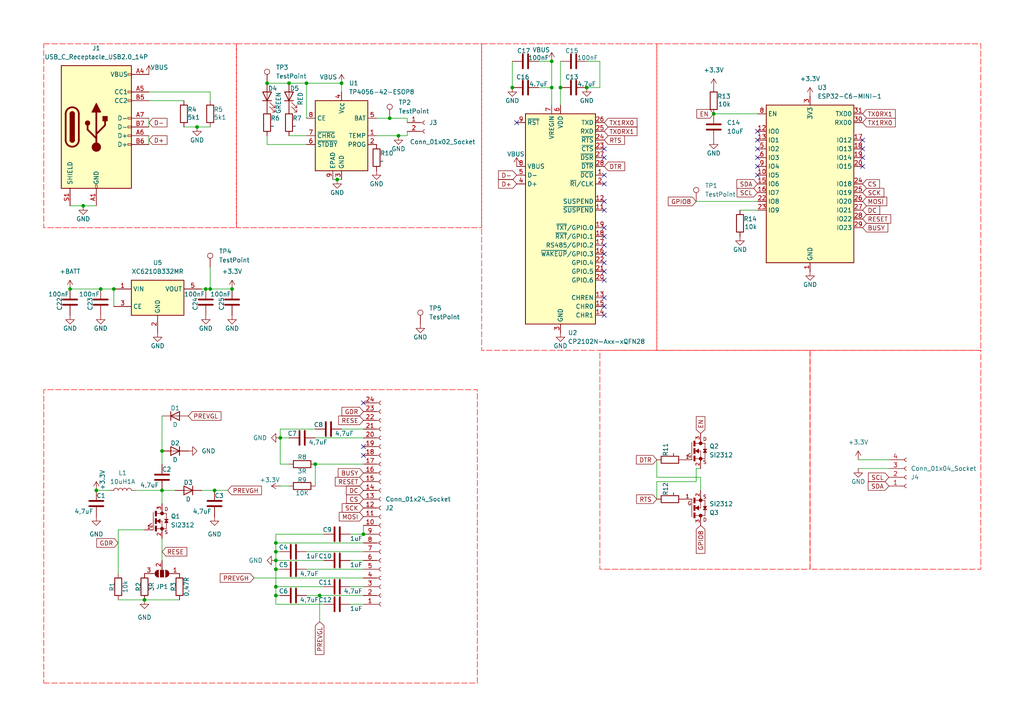
<source format=kicad_sch>
(kicad_sch (version 20250114) (generator "eeschema") (generator_version "9.0")
  (paper "A4")
  (junction (at 207.01 33.02))
  (junction (at 115.57 39.37))
  (junction (at 99.06 24.13))
  (junction (at 59.69 83.82))
  (junction (at 148.59 25.4))
  (junction (at 160.02 17.78))
  (junction (at 62.23 142.24))
  (junction (at 160.02 25.4))
  (junction (at 88.9 24.13))
  (junction (at 29.21 83.82))
  (junction (at 105.41 154.94))
  (junction (at 170.18 25.4))
  (junction (at 80.01 160.02))
  (junction (at 57.15 36.83))
  (junction (at 80.01 162.56))
  (junction (at 33.02 83.82))
  (junction (at 80.01 170.18))
  (junction (at 20.32 83.82))
  (junction (at 27.94 142.24))
  (junction (at 97.79 52.07))
  (junction (at 81.28 127))
  (junction (at 46.99 142.24))
  (junction (at 67.31 83.82))
  (junction (at 80.01 165.1))
  (junction (at 92.71 172.72))
  (junction (at 80.01 157.48))
  (junction (at 91.44 134.62))
  (junction (at 24.13 59.69))
  (junction (at 46.99 130.81))
  (junction (at 80.01 172.72))
  (junction (at 162.56 25.4))
  (junction (at 83.82 24.13))
  (junction (at 77.47 24.13))
  (junction (at 113.03 34.29))
  (junction (at 41.91 173.99))
  (junction (at 60.96 83.82))
  (no_connect (at 219.71 40.64))
  (no_connect (at 175.26 68.58))
  (no_connect (at 250.19 40.64))
  (no_connect (at 105.41 132.08))
  (no_connect (at 175.26 73.66))
  (no_connect (at 149.86 35.56))
  (no_connect (at 175.26 78.74))
  (no_connect (at 175.26 50.8))
  (no_connect (at 105.41 116.84))
  (no_connect (at 105.41 129.54))
  (no_connect (at 175.26 81.28))
  (no_connect (at 175.26 66.04))
  (no_connect (at 175.26 86.36))
  (no_connect (at 250.19 45.72))
  (no_connect (at 219.71 43.18))
  (no_connect (at 175.26 71.12))
  (no_connect (at 175.26 76.2))
  (no_connect (at 250.19 48.26))
  (no_connect (at 219.71 48.26))
  (no_connect (at 175.26 88.9))
  (no_connect (at 250.19 43.18))
  (no_connect (at 175.26 45.72))
  (no_connect (at 219.71 50.8))
  (no_connect (at 175.26 91.44))
  (no_connect (at 219.71 45.72))
  (no_connect (at 175.26 43.18))
  (no_connect (at 219.71 38.1))
  (no_connect (at 175.26 60.96))
  (no_connect (at 175.26 58.42))
  (no_connect (at 175.26 53.34))
  (wire (pts (xy 207.01 33.02) (xy 219.71 33.02)))
  (wire (pts (xy 59.69 83.82) (xy 60.96 83.82)))
  (wire (pts (xy 58.42 83.82) (xy 59.69 83.82)))
  (wire (pts (xy 93.98 154.94) (xy 80.01 154.94)))
  (wire (pts (xy 60.96 83.82) (xy 67.31 83.82)))
  (wire (pts (xy 88.9 24.13) (xy 99.06 24.13)))
  (wire (pts (xy 66.04 142.24) (xy 62.23 142.24)))
  (wire (pts (xy 88.9 41.91) (xy 77.47 41.91)))
  (wire (pts (xy 96.52 52.07) (xy 97.79 52.07)))
  (wire (pts (xy 109.22 39.37) (xy 115.57 39.37)))
  (wire (pts (xy 33.02 83.82) (xy 33.02 88.9)))
  (wire (pts (xy 46.99 146.05) (xy 46.99 142.24)))
  (wire (pts (xy 203.2 138.43) (xy 203.2 142.24)))
  (wire (pts (xy 113.03 34.29) (xy 118.11 34.29)))
  (wire (pts (xy 34.29 153.67) (xy 41.91 153.67)))
  (wire (pts (xy 46.99 120.65) (xy 46.99 130.81)))
  (wire (pts (xy 77.47 41.91) (xy 77.47 39.37)))
  (wire (pts (xy 60.96 29.21) (xy 60.96 26.67)))
  (wire (pts (xy 83.82 39.37) (xy 88.9 39.37)))
  (wire (pts (xy 24.13 59.69) (xy 27.94 59.69)))
  (wire (pts (xy 43.18 39.37) (xy 43.18 41.91)))
  (wire (pts (xy 80.01 162.56) (xy 93.98 162.56)))
  (wire (pts (xy 81.28 127) (xy 83.82 127)))
  (wire (pts (xy 46.99 134.62) (xy 46.99 130.81)))
  (wire (pts (xy 29.21 83.82) (xy 33.02 83.82)))
  (wire (pts (xy 80.01 165.1) (xy 80.01 170.18)))
  (wire (pts (xy 80.01 157.48) (xy 105.41 157.48)))
  (wire (pts (xy 190.5 138.43) (xy 203.2 138.43)))
  (wire (pts (xy 81.28 124.46) (xy 81.28 127)))
  (wire (pts (xy 248.92 133.35) (xy 257.81 133.35)))
  (wire (pts (xy 80.01 157.48) (xy 80.01 160.02)))
  (wire (pts (xy 160.02 17.78) (xy 160.02 25.4)))
  (wire (pts (xy 248.92 135.89) (xy 257.81 135.89)))
  (wire (pts (xy 118.11 35.56) (xy 118.11 34.29)))
  (wire (pts (xy 118.11 39.37) (xy 115.57 39.37)))
  (wire (pts (xy 91.44 134.62) (xy 91.44 140.97)))
  (wire (pts (xy 88.9 160.02) (xy 105.41 160.02)))
  (wire (pts (xy 83.82 24.13) (xy 88.9 24.13)))
  (wire (pts (xy 60.96 77.47) (xy 60.96 83.82)))
  (wire (pts (xy 77.47 24.13) (xy 83.82 24.13)))
  (wire (pts (xy 99.06 124.46) (xy 105.41 124.46)))
  (wire (pts (xy 162.56 17.78) (xy 162.56 25.4)))
  (wire (pts (xy 162.56 25.4) (xy 162.56 30.48)))
  (wire (pts (xy 81.28 127) (xy 81.28 134.62)))
  (wire (pts (xy 148.59 17.78) (xy 148.59 25.4)))
  (wire (pts (xy 80.01 175.26) (xy 93.98 175.26)))
  (wire (pts (xy 34.29 166.37) (xy 34.29 153.67)))
  (wire (pts (xy 201.93 135.89) (xy 203.2 135.89)))
  (wire (pts (xy 34.29 173.99) (xy 41.91 173.99)))
  (wire (pts (xy 43.18 29.21) (xy 53.34 29.21)))
  (wire (pts (xy 20.32 83.82) (xy 29.21 83.82)))
  (wire (pts (xy 50.8 142.24) (xy 46.99 142.24)))
  (wire (pts (xy 91.44 124.46) (xy 81.28 124.46)))
  (wire (pts (xy 88.9 172.72) (xy 92.71 172.72)))
  (wire (pts (xy 101.6 154.94) (xy 105.41 154.94)))
  (wire (pts (xy 91.44 134.62) (xy 105.41 134.62)))
  (wire (pts (xy 88.9 165.1) (xy 105.41 165.1)))
  (wire (pts (xy 214.63 60.96) (xy 219.71 60.96)))
  (wire (pts (xy 88.9 24.13) (xy 88.9 34.29)))
  (wire (pts (xy 109.22 34.29) (xy 113.03 34.29)))
  (wire (pts (xy 97.79 52.07) (xy 99.06 52.07)))
  (wire (pts (xy 43.18 34.29) (xy 43.18 36.83)))
  (wire (pts (xy 81.28 140.97) (xy 83.82 140.97)))
  (wire (pts (xy 53.34 36.83) (xy 57.15 36.83)))
  (wire (pts (xy 101.6 175.26) (xy 105.41 175.26)))
  (wire (pts (xy 190.5 139.7) (xy 201.93 139.7)))
  (wire (pts (xy 92.71 172.72) (xy 105.41 172.72)))
  (wire (pts (xy 156.21 25.4) (xy 160.02 25.4)))
  (wire (pts (xy 81.28 134.62) (xy 83.82 134.62)))
  (wire (pts (xy 27.94 142.24) (xy 31.75 142.24)))
  (wire (pts (xy 91.44 127) (xy 105.41 127)))
  (wire (pts (xy 160.02 25.4) (xy 160.02 30.48)))
  (wire (pts (xy 80.01 162.56) (xy 80.01 165.1)))
  (wire (pts (xy 20.32 59.69) (xy 24.13 59.69)))
  (wire (pts (xy 173.99 25.4) (xy 170.18 25.4)))
  (wire (pts (xy 105.41 152.4) (xy 105.41 154.94)))
  (wire (pts (xy 80.01 170.18) (xy 80.01 172.72)))
  (wire (pts (xy 80.01 160.02) (xy 81.28 160.02)))
  (wire (pts (xy 46.99 162.56) (xy 46.99 156.21)))
  (wire (pts (xy 80.01 172.72) (xy 80.01 175.26)))
  (wire (pts (xy 80.01 172.72) (xy 81.28 172.72)))
  (wire (pts (xy 173.99 17.78) (xy 173.99 25.4)))
  (wire (pts (xy 201.93 58.42) (xy 219.71 58.42)))
  (wire (pts (xy 41.91 173.99) (xy 52.07 173.99)))
  (wire (pts (xy 156.21 17.78) (xy 160.02 17.78)))
  (wire (pts (xy 80.01 170.18) (xy 93.98 170.18)))
  (wire (pts (xy 99.06 24.13) (xy 99.06 26.67)))
  (wire (pts (xy 170.18 17.78) (xy 173.99 17.78)))
  (wire (pts (xy 39.37 142.24) (xy 46.99 142.24)))
  (wire (pts (xy 92.71 172.72) (xy 92.71 180.34)))
  (wire (pts (xy 101.6 162.56) (xy 105.41 162.56)))
  (wire (pts (xy 80.01 165.1) (xy 81.28 165.1)))
  (wire (pts (xy 80.01 160.02) (xy 80.01 162.56)))
  (wire (pts (xy 60.96 26.67) (xy 43.18 26.67)))
  (wire (pts (xy 118.11 38.1) (xy 118.11 39.37)))
  (wire (pts (xy 80.01 154.94) (xy 80.01 157.48)))
  (wire (pts (xy 58.42 142.24) (xy 62.23 142.24)))
  (wire (pts (xy 101.6 170.18) (xy 105.41 170.18)))
  (wire (pts (xy 190.5 133.35) (xy 190.5 138.43)))
  (wire (pts (xy 201.93 139.7) (xy 201.93 135.89)))
  (wire (pts (xy 190.5 144.78) (xy 190.5 139.7)))
  (wire (pts (xy 73.66 167.64) (xy 105.41 167.64)))
  (wire (pts (xy 57.15 36.83) (xy 60.96 36.83)))
  (global_label "D-" (shape input) (at 149.86 50.8 180) (property "Intersheetrefs" "${INTERSHEET_REFS}" (effects (hide yes))))
  (global_label "GDR" (shape input) (at 34.29 157.48 180) (property "Intersheetrefs" "${INTERSHEET_REFS}" (effects (hide yes))))
  (global_label "RESE" (shape input) (at 46.99 160.02 0) (property "Intersheetrefs" "${INTERSHEET_REFS}" (effects (hide yes))))
  (global_label "MOSI" (shape input) (at 250.19 58.42 0) (property "Intersheetrefs" "${INTERSHEET_REFS}" (effects (hide yes))))
  (global_label "TX0RX1" (shape input) (at 175.26 38.1 0) (property "Intersheetrefs" "${INTERSHEET_REFS}" (effects (hide yes))))
  (global_label "PREVGH" (shape input) (at 73.66 167.64 180) (property "Intersheetrefs" "${INTERSHEET_REFS}" (effects (hide yes))))
  (global_label "SCK" (shape input) (at 250.19 55.88 0) (property "Intersheetrefs" "${INTERSHEET_REFS}" (effects (hide yes))))
  (global_label "RTS" (shape input) (at 190.5 144.78 180) (property "Intersheetrefs" "${INTERSHEET_REFS}" (effects (hide yes))))
  (global_label "SDA" (shape input) (at 257.81 140.97 180) (property "Intersheetrefs" "${INTERSHEET_REFS}" (effects (hide yes))))
  (global_label "RESE" (shape input) (at 105.41 121.92 180) (property "Intersheetrefs" "${INTERSHEET_REFS}" (effects (hide yes))))
  (global_label "PREVGH" (shape input) (at 66.04 142.24 0) (property "Intersheetrefs" "${INTERSHEET_REFS}" (effects (hide yes))))
  (global_label "EN" (shape input) (at 207.01 33.02 180) (property "Intersheetrefs" "${INTERSHEET_REFS}" (effects (hide yes))))
  (global_label "CS" (shape input) (at 250.19 53.34 0) (property "Intersheetrefs" "${INTERSHEET_REFS}" (effects (hide yes))))
  (global_label "DTR" (shape input) (at 175.26 48.26 0) (property "Intersheetrefs" "${INTERSHEET_REFS}" (effects (hide yes))))
  (global_label "GPIO8" (shape input) (at 203.2 152.4 270) (property "Intersheetrefs" "${INTERSHEET_REFS}" (effects (hide yes))))
  (global_label "D+" (shape input) (at 149.86 53.34 180) (property "Intersheetrefs" "${INTERSHEET_REFS}" (effects (hide yes))))
  (global_label "SDA" (shape input) (at 219.71 53.34 180) (property "Intersheetrefs" "${INTERSHEET_REFS}" (effects (hide yes))))
  (global_label "SCL" (shape input) (at 257.81 138.43 180) (property "Intersheetrefs" "${INTERSHEET_REFS}" (effects (hide yes))))
  (global_label "RTS" (shape input) (at 175.26 40.64 0) (property "Intersheetrefs" "${INTERSHEET_REFS}" (effects (hide yes))))
  (global_label "TX1RX0" (shape input) (at 250.19 35.56 0) (property "Intersheetrefs" "${INTERSHEET_REFS}" (effects (hide yes))))
  (global_label "SCK" (shape input) (at 105.41 147.32 180) (property "Intersheetrefs" "${INTERSHEET_REFS}" (effects (hide yes))))
  (global_label "DC" (shape input) (at 105.41 142.24 180) (property "Intersheetrefs" "${INTERSHEET_REFS}" (effects (hide yes))))
  (global_label "GDR" (shape input) (at 105.41 119.38 180) (property "Intersheetrefs" "${INTERSHEET_REFS}" (effects (hide yes))))
  (global_label "D-" (shape input) (at 43.18 35.56 0) (property "Intersheetrefs" "${INTERSHEET_REFS}" (effects (hide yes))))
  (global_label "BUSY" (shape input) (at 105.41 137.16 180) (property "Intersheetrefs" "${INTERSHEET_REFS}" (effects (hide yes))))
  (global_label "GPIO8" (shape input) (at 201.93 58.42 180) (property "Intersheetrefs" "${INTERSHEET_REFS}" (effects (hide yes))))
  (global_label "DTR" (shape input) (at 190.5 133.35 180) (property "Intersheetrefs" "${INTERSHEET_REFS}" (effects (hide yes))))
  (global_label "RESET" (shape input) (at 250.19 63.5 0) (property "Intersheetrefs" "${INTERSHEET_REFS}" (effects (hide yes))))
  (global_label "PREVGL" (shape input) (at 54.61 120.65 0) (property "Intersheetrefs" "${INTERSHEET_REFS}" (effects (hide yes))))
  (global_label "TX1RX0" (shape input) (at 175.26 35.56 0) (property "Intersheetrefs" "${INTERSHEET_REFS}" (effects (hide yes))))
  (global_label "EN" (shape input) (at 203.2 125.73 90) (property "Intersheetrefs" "${INTERSHEET_REFS}" (effects (hide yes))))
  (global_label "PREVGL" (shape input) (at 92.71 180.34 270) (property "Intersheetrefs" "${INTERSHEET_REFS}" (effects (hide yes))))
  (global_label "DC" (shape input) (at 250.19 60.96 0) (property "Intersheetrefs" "${INTERSHEET_REFS}" (effects (hide yes))))
  (global_label "BUSY" (shape input) (at 250.19 66.04 0) (property "Intersheetrefs" "${INTERSHEET_REFS}" (effects (hide yes))))
  (global_label "RESET" (shape input) (at 105.41 139.7 180) (property "Intersheetrefs" "${INTERSHEET_REFS}" (effects (hide yes))))
  (global_label "MOSI" (shape input) (at 105.41 149.86 180) (property "Intersheetrefs" "${INTERSHEET_REFS}" (effects (hide yes))))
  (global_label "TX0RX1" (shape input) (at 250.19 33.02 0) (property "Intersheetrefs" "${INTERSHEET_REFS}" (effects (hide yes))))
  (global_label "SCL" (shape input) (at 219.71 55.88 180) (property "Intersheetrefs" "${INTERSHEET_REFS}" (effects (hide yes))))
  (global_label "D+" (shape input) (at 43.18 40.64 0) (property "Intersheetrefs" "${INTERSHEET_REFS}" (effects (hide yes))))
  (global_label "CS" (shape input) (at 105.41 144.78 180) (property "Intersheetrefs" "${INTERSHEET_REFS}" (effects (hide yes))))
  (rule_area (polyline (pts (xy 139.7 12.7) (xy 190.5 12.7) (xy 190.5 101.6) (xy 139.7 101.6)) (stroke (width 0) (type dash))))
  (rule_area (polyline (pts (xy 234.95 101.6) (xy 173.99 101.6) (xy 173.99 165.1) (xy 234.95 165.1)) (stroke (width 0) (type dash))))
  (rule_area (polyline (pts (xy 12.7 12.7) (xy 68.58 12.7) (xy 68.58 66.04) (xy 12.7 66.04)) (stroke (width 0) (type dash))))
  (rule_area (polyline (pts (xy 234.95 101.6) (xy 234.95 165.1) (xy 284.48 165.1) (xy 284.48 101.6)) (stroke (width 0) (type dash))))
  (rule_area (polyline (pts (xy 68.58 12.7) (xy 139.7 12.7) (xy 139.7 66.04) (xy 137.16 66.04) (xy 68.58 66.04)) (stroke (width 0) (type dash))))
  (rule_area (polyline (pts (xy 12.7 198.12) (xy 138.43 198.12) (xy 138.43 113.03) (xy 12.7 113.03)) (stroke (width 0) (type dash))))
  (rule_area (polyline (pts (xy 190.5 12.7) (xy 284.48 12.7) (xy 284.48 101.6) (xy 190.5 101.6)) (stroke (width 0) (type dash))))
  (symbol (lib_id "power:+3.3V") (at 248.92 133.35 0) (unit 1)
    (property "Reference" "#PWR026" (effects (hide yes)))
    (property "Value" "+3.3V" (at 248.92 128.27 0))
    (property "Description" "Power symbol creates a global label with name \"+3.3V\"" (effects (hide yes)))
  )
  (symbol (lib_id "power:GND") (at 115.57 39.37 0) (unit 1)
    (property "Reference" "#PWR015" (effects (hide yes)))
    (property "Value" "GND" (at 115.57 43.18 0))
    (property "Description" "Power symbol creates a global label with name \"GND\" , ground" (effects (hide yes)))
  )
  (symbol (lib_id "Device:R") (at 83.82 35.56 0) (unit 1)
    (property "Reference" "R7" (at 84.836 34.29 0) (effects (justify left)))
    (property "Value" "~" (at 84.836 36.576 0) (effects (justify left)))
    (property "Footprint" "Resistor_SMD:R_0805_2012Metric_Pad1.20x1.40mm_HandSolder" (effects (hide yes)))
    (property "Description" "Resistor" (effects (hide yes)))
  )
  (symbol (lib_id "Device:C") (at 29.21 87.63 0) (unit 1)
    (property "Reference" "C23" (at 26.162 88.138 90))
    (property "Value" "100nF" (at 25.908 85.344 0))
    (property "Footprint" "Capacitor_SMD:C_0805_2012Metric_Pad1.18x1.45mm_HandSolder" (effects (hide yes)))
    (property "Description" "Unpolarized capacitor" (effects (hide yes)))
  )
  (symbol (lib_id "Device:R") (at 194.31 133.35 90) (unit 1)
    (property "Reference" "R11" (at 193.04 132.334 0) (effects (justify left)))
    (property "Value" "~" (at 195.326 132.334 0) (effects (justify left)))
    (property "Footprint" "Resistor_SMD:R_0805_2012Metric_Pad1.20x1.40mm_HandSolder" (effects (hide yes)))
    (property "Description" "Resistor" (effects (hide yes)))
  )
  (symbol (lib_id "power:GND") (at 214.63 68.58 0) (unit 1)
    (property "Reference" "#PWR024" (effects (hide yes)))
    (property "Value" "GND" (at 214.63 72.39 0))
    (property "Description" "Power symbol creates a global label with name \"GND\" , ground" (effects (hide yes)))
  )
  (symbol (lib_id "power:+3.3V") (at 67.31 83.82 0) (unit 1)
    (property "Reference" "#PWR038" (effects (hide yes)))
    (property "Value" "+3.3V" (at 67.31 78.74 0))
    (property "Description" "Power symbol creates a global label with name \"+3.3V\"" (effects (hide yes)))
  )
  (symbol (lib_id "power:GND") (at 29.21 91.44 0) (unit 1)
    (property "Reference" "#PWR035" (effects (hide yes)))
    (property "Value" "GND" (at 29.21 95.25 0))
    (property "Description" "Power symbol creates a global label with name \"GND\" , ground" (effects (hide yes)))
  )
  (symbol (lib_id "RF_Module:ESP32-C6-MINI-1") (at 234.95 53.34 0) (unit 1)
    (property "Reference" "U3" (at 237.0933 25.4 0) (effects (justify left)))
    (property "Value" "ESP32-C6-MINI-1" (at 237.0933 27.94 0) (effects (justify left)))
    (property "Footprint" "RF_Module:ESP32-C6-MINI-1" (effects (hide yes)))
    (property "Datasheet" "https://www.espressif.com/sites/default/files/documentation/esp32-c6-mini-1_mini-1u_datasheet_en.pdf" (effects (hide yes)))
    (property "Description" "RF Module, ESP32-C6 SoC, Wi-Fi 802.11b/g/n/ax, Bluetooth, BLE, Zigbee, Thread, 32-bit, 3.3V, SMD, onboard antenna" (effects (hide yes)))
  )
  (symbol (lib_id "Device:C") (at 20.32 87.63 0) (unit 1)
    (property "Reference" "C22" (at 17.272 88.138 90))
    (property "Value" "100nF" (at 17.018 85.344 0))
    (property "Footprint" "Capacitor_SMD:C_0805_2012Metric_Pad1.18x1.45mm_HandSolder" (effects (hide yes)))
    (property "Description" "Unpolarized capacitor" (effects (hide yes)))
  )
  (symbol (lib_id "power:GND") (at 234.95 78.74 0) (unit 1)
    (property "Reference" "#PWR021" (effects (hide yes)))
    (property "Value" "GND" (at 234.95 82.55 0))
    (property "Description" "Power symbol creates a global label with name \"GND\" , ground" (effects (hide yes)))
  )
  (symbol (lib_id "Connector:TestPoint") (at 201.93 58.42 0) (unit 1)
    (property "Reference" "TP1" (at 204.47 53.8479 0) (effects (justify left)))
    (property "Value" "TestPoint" (at 204.47 56.3879 0) (effects (justify left)))
    (property "Footprint" "TestPoint:TestPoint_Pad_D1.5mm" (effects (hide yes)))
    (property "Description" "test point" (effects (hide yes)))
  )
  (symbol (lib_id "power:GND") (at 81.28 127 270) (unit 1)
    (property "Reference" "#PWR010" (effects (hide yes)))
    (property "Value" "GND" (at 77.47 126.9999 90) (effects (justify right)))
    (property "Description" "Power symbol creates a global label with name \"GND\" , ground" (effects (hide yes)))
  )
  (symbol (lib_id "Connector:Conn_01x02_Socket") (at 123.19 35.56 0) (unit 1)
    (property "Reference" "J3" (at 124.46 35.5599 0) (effects (justify left)))
    (property "Value" "Conn_01x02_Socket" (at 118.872 41.148 0) (effects (justify left)))
    (property "Footprint" "Connector_JST:JST_PH_S2B-PH-K_1x02_P2.00mm_Horizontal" (effects (hide yes)))
    (property "Description" "Generic connector, single row, 01x02, script generated" (effects (hide yes)))
  )
  (symbol (lib_id "Device:D") (at 50.8 130.81 180) (unit 1)
    (property "Reference" "D2" (at 50.8 128.524 0))
    (property "Value" "D" (at 50.8 133.35 0))
    (property "Footprint" "Diode_SMD:D_SOD-123" (effects (hide yes)))
    (property "Description" "Diode" (effects (hide yes)))
    (property "Sim.Device" "D" (effects (hide yes)))
    (property "Sim.Pins" "1=K 2=A" (effects (hide yes)))
  )
  (symbol (lib_id "power:GND") (at 97.79 52.07 0) (unit 1)
    (property "Reference" "#PWR012" (effects (hide yes)))
    (property "Value" "GND" (at 97.79 55.88 0))
    (property "Description" "Power symbol creates a global label with name \"GND\" , ground" (effects (hide yes)))
  )
  (symbol (lib_id "Device:R") (at 87.63 140.97 90) (mirror x) (unit 1)
    (property "Reference" "R9" (at 87.63 139.192 90))
    (property "Value" "10K" (at 87.63 143.002 90))
    (property "Footprint" "Resistor_SMD:R_0805_2012Metric_Pad1.20x1.40mm_HandSolder" (effects (hide yes)))
    (property "Description" "Resistor" (effects (hide yes)))
  )
  (symbol (lib_id "Device:C") (at 59.69 87.63 0) (unit 1)
    (property "Reference" "C24" (at 56.642 88.138 90))
    (property "Value" "100nF" (at 56.388 85.344 0))
    (property "Footprint" "Capacitor_SMD:C_0805_2012Metric_Pad1.18x1.45mm_HandSolder" (effects (hide yes)))
    (property "Description" "Unpolarized capacitor" (effects (hide yes)))
  )
  (symbol (lib_id "power:GND") (at 121.92 93.98 0) (unit 1)
    (property "Reference" "#PWR029" (effects (hide yes)))
    (property "Value" "GND" (at 121.92 97.79 0))
    (property "Description" "Power symbol creates a global label with name \"GND\" , ground" (effects (hide yes)))
  )
  (symbol (lib_id "SI2312:SI2312") (at 203.2 130.81 0) (unit 1)
    (property "Reference" "Q2" (at 205.74 129.4364 0) (effects (justify left)))
    (property "Value" "SI2312" (at 205.74 131.9764 0) (effects (justify left)))
    (property "Footprint" "SI2312:SOT23" (effects (hide yes)))
    (property "MF" "Micro Commercial Components" (effects (hide yes)))
    (property "Purchase-URL" "https://pricing.snapeda.com/search/part/SI2312/?ref=eda" (effects (hide yes)))
    (property "Package" "SOT-23 MCC" (effects (hide yes)))
    (property "Price" "None" (effects (hide yes)))
    (property "Check_prices" "https://www.snapeda.com/parts/SI2312-TP/Micro+Commercial/view-part/?ref=eda" (effects (hide yes)))
    (property "SnapEDA_Link" "https://www.snapeda.com/parts/SI2312-TP/Micro+Commercial/view-part/?ref=snap" (effects (hide yes)))
    (property "MP" "SI2312-TP" (effects (hide yes)))
    (property "Availability" "In Stock" (effects (hide yes)))
    (property "Description_1" "N-Channel 20V 5A (Ta) 350mW (Ta) Surface Mount SOT-23-3" (effects (hide yes)))
  )
  (symbol (lib_id "power:+BATT") (at 20.32 83.82 0) (unit 1)
    (property "Reference" "#PWR028" (effects (hide yes)))
    (property "Value" "+BATT" (at 20.32 78.74 0))
    (property "Description" "Power symbol creates a global label with name \"+BATT\"" (effects (hide yes)))
  )
  (symbol (lib_id "power:GND") (at 207.01 40.64 0) (unit 1)
    (property "Reference" "#PWR022" (effects (hide yes)))
    (property "Value" "GND" (at 207.01 44.45 0))
    (property "Description" "Power symbol creates a global label with name \"GND\" , ground" (effects (hide yes)))
  )
  (symbol (lib_id "Device:C") (at 95.25 124.46 90) (unit 1)
    (property "Reference" "C8" (at 93.726 123.19 90) (effects (justify left)))
    (property "Value" "4,7uF" (at 102.616 125.73 90) (effects (justify left)))
    (property "Footprint" "Capacitor_SMD:C_0805_2012Metric_Pad1.18x1.45mm_HandSolder" (effects (hide yes)))
    (property "Description" "Unpolarized capacitor" (effects (hide yes)))
  )
  (symbol (lib_id "power:GND") (at 67.31 91.44 0) (unit 1)
    (property "Reference" "#PWR039" (effects (hide yes)))
    (property "Value" "GND" (at 67.31 95.25 0))
    (property "Description" "Power symbol creates a global label with name \"GND\" , ground" (effects (hide yes)))
  )
  (symbol (lib_id "Device:D") (at 50.8 120.65 0) (unit 1)
    (property "Reference" "D1" (at 50.8 118.364 0))
    (property "Value" "D" (at 50.8 123.19 0))
    (property "Footprint" "Diode_SMD:D_SOD-123" (effects (hide yes)))
    (property "Description" "Diode" (effects (hide yes)))
    (property "Sim.Device" "D" (effects (hide yes)))
    (property "Sim.Pins" "1=K 2=A" (effects (hide yes)))
  )
  (symbol (lib_id "Interface_USB:CP2102N-Axx-xQFN28") (at 162.56 63.5 0) (unit 1)
    (property "Reference" "U2" (at 164.7033 96.52 0) (effects (justify left)))
    (property "Value" "CP2102N-Axx-xQFN28" (at 164.7033 99.06 0) (effects (justify left)))
    (property "Footprint" "Package_DFN_QFN:QFN-28-1EP_5x5mm_P0.5mm_EP3.35x3.35mm" (effects (hide yes)))
    (property "Datasheet" "https://www.silabs.com/documents/public/data-sheets/cp2102n-datasheet.pdf" (effects (hide yes)))
    (property "Description" "USB to UART master bridge, QFN-28" (effects (hide yes)))
  )
  (symbol (lib_id "Connector:TestPoint") (at 60.96 77.47 0) (unit 1)
    (property "Reference" "TP4" (at 63.5 72.8979 0) (effects (justify left)))
    (property "Value" "TestPoint" (at 63.5 75.4379 0) (effects (justify left)))
    (property "Footprint" "TestPoint:TestPoint_Pad_D1.5mm" (effects (hide yes)))
    (property "Description" "test point" (effects (hide yes)))
  )
  (symbol (lib_id "Device:C") (at 62.23 146.05 0) (unit 1)
    (property "Reference" "C3" (at 62.23 143.764 0) (effects (justify left)))
    (property "Value" "4,7uF" (at 55.88 148.336 0) (effects (justify left)))
    (property "Footprint" "Capacitor_SMD:C_0805_2012Metric_Pad1.18x1.45mm_HandSolder" (effects (hide yes)))
    (property "Description" "Unpolarized capacitor" (effects (hide yes)))
  )
  (symbol (lib_id "Device:LED") (at 77.47 27.94 90) (unit 1)
    (property "Reference" "D4" (at 77.724 25.654 90) (effects (justify right)))
    (property "Value" "GREEN" (at 80.772 26.67 0) (effects (justify right)))
    (property "Footprint" "LED_SMD:LED_0805_2012Metric_Pad1.15x1.40mm_HandSolder" (effects (hide yes)))
    (property "Description" "Light emitting diode" (effects (hide yes)))
    (property "Sim.Pins" "1=K 2=A" (effects (hide yes)))
  )
  (symbol (lib_id "Device:C") (at 85.09 165.1 90) (unit 1)
    (property "Reference" "C5" (at 83.566 163.83 90) (effects (justify left)))
    (property "Value" "4,7uF" (at 92.456 166.37 90) (effects (justify left)))
    (property "Footprint" "Capacitor_SMD:C_0805_2012Metric_Pad1.18x1.45mm_HandSolder" (effects (hide yes)))
    (property "Description" "Unpolarized capacitor" (effects (hide yes)))
  )
  (symbol (lib_id "Connector:TestPoint") (at 77.47 24.13 0) (unit 1)
    (property "Reference" "TP3" (at 80.01 19.5579 0) (effects (justify left)))
    (property "Value" "TestPoint" (at 80.01 22.0979 0) (effects (justify left)))
    (property "Footprint" "TestPoint:TestPoint_Pad_D1.5mm" (effects (hide yes)))
    (property "Description" "test point" (effects (hide yes)))
  )
  (symbol (lib_id "Connector:TestPoint") (at 113.03 34.29 0) (unit 1)
    (property "Reference" "TP2" (at 115.57 29.7179 0) (effects (justify left)))
    (property "Value" "TestPoint" (at 115.57 32.2579 0) (effects (justify left)))
    (property "Footprint" "TestPoint:TestPoint_Pad_D1.5mm" (effects (hide yes)))
    (property "Description" "test point" (effects (hide yes)))
  )
  (symbol (lib_id "power:GND") (at 62.23 149.86 0) (unit 1)
    (property "Reference" "#PWR08" (effects (hide yes)))
    (property "Value" "GND" (at 62.23 154.94 0))
    (property "Description" "Power symbol creates a global label with name \"GND\" , ground" (effects (hide yes)))
  )
  (symbol (lib_id "power:GND") (at 27.94 149.86 0) (unit 1)
    (property "Reference" "#PWR03" (effects (hide yes)))
    (property "Value" "GND" (at 27.94 154.94 0))
    (property "Description" "Power symbol creates a global label with name \"GND\" , ground" (effects (hide yes)))
  )
  (symbol (lib_id "Device:C") (at 97.79 175.26 90) (unit 1)
    (property "Reference" "C12" (at 96.266 173.99 90) (effects (justify left)))
    (property "Value" "1uF" (at 105.156 176.53 90) (effects (justify left)))
    (property "Footprint" "Capacitor_SMD:C_0805_2012Metric_Pad1.18x1.45mm_HandSolder" (effects (hide yes)))
    (property "Description" "Unpolarized capacitor" (effects (hide yes)))
  )
  (symbol (lib_id "power:GND") (at 54.61 130.81 90) (unit 1)
    (property "Reference" "#PWR06" (effects (hide yes)))
    (property "Value" "GND" (at 58.42 130.8099 90) (effects (justify right)))
    (property "Description" "Power symbol creates a global label with name \"GND\" , ground" (effects (hide yes)))
  )
  (symbol (lib_id "power:VBUS") (at 43.18 21.59 0) (unit 1)
    (property "Reference" "#PWR05" (effects (hide yes)))
    (property "Value" "VBUS" (at 46.228 19.558 0))
    (property "Description" "Power symbol creates a global label with name \"VBUS\"" (effects (hide yes)))
  )
  (symbol (lib_id "Device:C") (at 97.79 170.18 90) (unit 1)
    (property "Reference" "C11" (at 96.266 168.91 90) (effects (justify left)))
    (property "Value" "4,7uF" (at 105.156 171.45 90) (effects (justify left)))
    (property "Footprint" "Capacitor_SMD:C_0805_2012Metric_Pad1.18x1.45mm_HandSolder" (effects (hide yes)))
    (property "Description" "Unpolarized capacitor" (effects (hide yes)))
  )
  (symbol (lib_id "Device:R") (at 60.96 33.02 0) (unit 1)
    (property "Reference" "R5" (at 61.976 31.75 0) (effects (justify left)))
    (property "Value" "5k1" (at 61.976 34.036 0) (effects (justify left)))
    (property "Footprint" "Resistor_SMD:R_0805_2012Metric_Pad1.20x1.40mm_HandSolder" (effects (hide yes)))
    (property "Description" "Resistor" (effects (hide yes)))
  )
  (symbol (lib_id "Device:R") (at 77.47 35.56 0) (unit 1)
    (property "Reference" "R6" (at 78.486 34.29 0) (effects (justify left)))
    (property "Value" "~" (at 78.486 36.576 0) (effects (justify left)))
    (property "Footprint" "Resistor_SMD:R_0805_2012Metric_Pad1.20x1.40mm_HandSolder" (effects (hide yes)))
    (property "Description" "Resistor" (effects (hide yes)))
  )
  (symbol (lib_id "power:GND") (at 148.59 25.4 0) (unit 1)
    (property "Reference" "#PWR025" (effects (hide yes)))
    (property "Value" "GND" (at 148.59 29.21 0))
    (property "Description" "Power symbol creates a global label with name \"GND\" , ground" (effects (hide yes)))
  )
  (symbol (lib_id "power:GND") (at 109.22 49.53 0) (unit 1)
    (property "Reference" "#PWR014" (effects (hide yes)))
    (property "Value" "GND" (at 109.22 53.34 0))
    (property "Description" "Power symbol creates a global label with name \"GND\" , ground" (effects (hide yes)))
  )
  (symbol (lib_id "Regulator_Linear:XC6210B332MR") (at 45.72 86.36 0) (unit 1)
    (property "Reference" "U5" (at 45.72 76.2 0))
    (property "Value" "XC6210B332MR" (at 45.72 78.74 0))
    (property "Footprint" "Package_TO_SOT_SMD:SOT-23-5" (effects (hide yes)))
    (property "Datasheet" "https://www.torexsemi.com/file/xc6210/XC6210.pdf" (effects (hide yes)))
    (property "Description" "700mA, Low Drop-out Voltage Regulator, Fixed Output 3.3V, SOT-23-5" (effects (hide yes)))
  )
  (symbol (lib_id "power:+3.3V") (at 81.28 140.97 90) (unit 1)
    (property "Reference" "#PWR011" (effects (hide yes)))
    (property "Value" "+3.3V" (at 78.232 139.192 90))
    (property "Description" "Power symbol creates a global label with name \"+3.3V\"" (effects (hide yes)))
  )
  (symbol (lib_id "Device:R") (at 194.31 144.78 90) (unit 1)
    (property "Reference" "R12" (at 193.04 143.764 0) (effects (justify left)))
    (property "Value" "~" (at 195.326 143.764 0) (effects (justify left)))
    (property "Footprint" "Resistor_SMD:R_0805_2012Metric_Pad1.20x1.40mm_HandSolder" (effects (hide yes)))
    (property "Description" "Resistor" (effects (hide yes)))
  )
  (symbol (lib_id "Device:R") (at 109.22 45.72 0) (unit 1)
    (property "Reference" "R10" (at 110.236 44.45 0) (effects (justify left)))
    (property "Value" "~" (at 110.236 46.736 0) (effects (justify left)))
    (property "Footprint" "Resistor_SMD:R_0805_2012Metric_Pad1.20x1.40mm_HandSolder" (effects (hide yes)))
    (property "Description" "Resistor" (effects (hide yes)))
  )
  (symbol (lib_id "Device:C") (at 166.37 25.4 270) (unit 1)
    (property "Reference" "C13" (at 165.862 22.352 90))
    (property "Value" "4.7uF" (at 170.18 24.384 90))
    (property "Footprint" "Capacitor_SMD:C_0805_2012Metric_Pad1.18x1.45mm_HandSolder" (effects (hide yes)))
    (property "Description" "Unpolarized capacitor" (effects (hide yes)))
  )
  (symbol (lib_id "Device:C") (at 85.09 160.02 90) (unit 1)
    (property "Reference" "C4" (at 83.566 158.75 90) (effects (justify left)))
    (property "Value" "1uF" (at 92.456 161.29 90) (effects (justify left)))
    (property "Footprint" "Capacitor_SMD:C_0805_2012Metric_Pad1.18x1.45mm_HandSolder" (effects (hide yes)))
    (property "Description" "Unpolarized capacitor" (effects (hide yes)))
  )
  (symbol (lib_id "Device:C") (at 27.94 146.05 0) (unit 1)
    (property "Reference" "C1" (at 27.94 143.764 0) (effects (justify left)))
    (property "Value" "4,7uF" (at 21.59 148.336 0) (effects (justify left)))
    (property "Footprint" "Capacitor_SMD:C_0805_2012Metric_Pad1.18x1.45mm_HandSolder" (effects (hide yes)))
    (property "Description" "Unpolarized capacitor" (effects (hide yes)))
  )
  (symbol (lib_id "Device:LED") (at 83.82 27.94 90) (unit 1)
    (property "Reference" "D5" (at 84.074 25.654 90) (effects (justify right)))
    (property "Value" "RED" (at 87.122 26.67 0) (effects (justify right)))
    (property "Footprint" "LED_SMD:LED_0805_2012Metric_Pad1.15x1.40mm_HandSolder" (effects (hide yes)))
    (property "Description" "Light emitting diode" (effects (hide yes)))
    (property "Sim.Pins" "1=K 2=A" (effects (hide yes)))
  )
  (symbol (lib_id "Device:R") (at 53.34 33.02 0) (unit 1)
    (property "Reference" "R4" (at 54.356 31.75 0) (effects (justify left)))
    (property "Value" "5k1" (at 54.356 34.036 0) (effects (justify left)))
    (property "Footprint" "Resistor_SMD:R_0805_2012Metric_Pad1.20x1.40mm_HandSolder" (effects (hide yes)))
    (property "Description" "Resistor" (effects (hide yes)))
  )
  (symbol (lib_id "Device:R") (at 87.63 134.62 90) (mirror x) (unit 1)
    (property "Reference" "R8" (at 87.63 132.588 90))
    (property "Value" "3R" (at 87.63 136.652 90))
    (property "Footprint" "Resistor_SMD:R_0805_2012Metric_Pad1.20x1.40mm_HandSolder" (effects (hide yes)))
    (property "Description" "Resistor" (effects (hide yes)))
  )
  (symbol (lib_id "Device:C") (at 46.99 138.43 0) (unit 1)
    (property "Reference" "C2" (at 46.99 136.144 0) (effects (justify left)))
    (property "Value" "4,7uF" (at 40.64 140.716 0) (effects (justify left)))
    (property "Footprint" "Capacitor_SMD:C_0805_2012Metric_Pad1.18x1.45mm_HandSolder" (effects (hide yes)))
    (property "Description" "Unpolarized capacitor" (effects (hide yes)))
  )
  (symbol (lib_id "power:VBUS") (at 160.02 17.78 0) (unit 1)
    (property "Reference" "#PWR017" (effects (hide yes)))
    (property "Value" "VBUS" (at 156.972 14.478 0))
    (property "Description" "Power symbol creates a global label with name \"VBUS\"" (effects (hide yes)))
  )
  (symbol (lib_id "Device:C") (at 97.79 162.56 90) (unit 1)
    (property "Reference" "C10" (at 96.266 161.29 90) (effects (justify left)))
    (property "Value" "1uF" (at 105.156 163.83 90) (effects (justify left)))
    (property "Footprint" "Capacitor_SMD:C_0805_2012Metric_Pad1.18x1.45mm_HandSolder" (effects (hide yes)))
    (property "Description" "Unpolarized capacitor" (effects (hide yes)))
  )
  (symbol (lib_id "power:GND") (at 170.18 25.4 0) (unit 1)
    (property "Reference" "#PWR019" (effects (hide yes)))
    (property "Value" "GND" (at 170.18 29.21 0))
    (property "Description" "Power symbol creates a global label with name \"GND\" , ground" (effects (hide yes)))
  )
  (symbol (lib_id "Device:R") (at 207.01 29.21 0) (unit 1)
    (property "Reference" "R13" (at 208.026 27.94 0) (effects (justify left)))
    (property "Value" "10k" (at 208.28 30.226 0) (effects (justify left)))
    (property "Footprint" "Resistor_SMD:R_0805_2012Metric_Pad1.20x1.40mm_HandSolder" (effects (hide yes)))
    (property "Description" "Resistor" (effects (hide yes)))
  )
  (symbol (lib_id "power:+3.3V") (at 207.01 25.4 0) (unit 1)
    (property "Reference" "#PWR023" (effects (hide yes)))
    (property "Value" "+3.3V" (at 207.01 20.32 0))
    (property "Description" "Power symbol creates a global label with name \"+3.3V\"" (effects (hide yes)))
  )
  (symbol (lib_id "power:+3.3V") (at 234.95 27.94 0) (unit 1)
    (property "Reference" "#PWR020" (effects (hide yes)))
    (property "Value" "+3.3V" (at 234.95 22.86 0))
    (property "Description" "Power symbol creates a global label with name \"+3.3V\"" (effects (hide yes)))
  )
  (symbol (lib_id "power:GND") (at 248.92 135.89 0) (unit 1)
    (property "Reference" "#PWR027" (effects (hide yes)))
    (property "Value" "GND" (at 248.92 139.7 0))
    (property "Description" "Power symbol creates a global label with name \"GND\" , ground" (effects (hide yes)))
  )
  (symbol (lib_id "Battery_Management:TP4056-42-ESOP8") (at 99.06 39.37 0) (unit 1)
    (property "Reference" "U1" (at 101.2033 24.13 0) (effects (justify left)))
    (property "Value" "TP4056-42-ESOP8" (at 101.2033 26.67 0) (effects (justify left)))
    (property "Footprint" "Package_SO:SOIC-8-1EP_3.9x4.9mm_P1.27mm_EP2.41x3.3mm_ThermalVias" (effects (hide yes)))
    (property "Datasheet" "https://www.lcsc.com/datasheet/lcsc_datasheet_2410121619_TOPPOWER-Nanjing-Extension-Microelectronics-TP4056-42-ESOP8_C16581.pdf" (effects (hide yes)))
    (property "Description" "1A Standalone Linear Li-ion/LiPo single-cell battery charger, 4.2V ±1% charge voltage, VCC = 4.0..8.0V, SOIC-8 (SOP-8)" (effects (hide yes)))
  )
  (symbol (lib_id "Connector:TestPoint") (at 121.92 93.98 0) (unit 1)
    (property "Reference" "TP5" (at 124.46 89.4079 0) (effects (justify left)))
    (property "Value" "TestPoint" (at 124.46 91.9479 0) (effects (justify left)))
    (property "Footprint" "TestPoint:TestPoint_Bridge_Pitch2.54mm_Drill0.7mm" (effects (hide yes)))
    (property "Description" "test point" (effects (hide yes)))
  )
  (symbol (lib_id "power:GND") (at 45.72 96.52 0) (unit 1)
    (property "Reference" "#PWR036" (effects (hide yes)))
    (property "Value" "GND" (at 45.72 100.33 0))
    (property "Description" "Power symbol creates a global label with name \"GND\" , ground" (effects (hide yes)))
  )
  (symbol (lib_id "Device:R") (at 214.63 64.77 0) (unit 1)
    (property "Reference" "R14" (at 215.646 63.5 0) (effects (justify left)))
    (property "Value" "10k" (at 215.9 65.786 0) (effects (justify left)))
    (property "Footprint" "Resistor_SMD:R_0805_2012Metric_Pad1.20x1.40mm_HandSolder" (effects (hide yes)))
    (property "Description" "Resistor" (effects (hide yes)))
  )
  (symbol (lib_id "Device:C") (at 67.31 87.63 0) (unit 1)
    (property "Reference" "C25" (at 64.262 88.138 90))
    (property "Value" "100nF" (at 64.008 85.344 0))
    (property "Footprint" "Capacitor_SMD:C_0805_2012Metric_Pad1.18x1.45mm_HandSolder" (effects (hide yes)))
    (property "Description" "Unpolarized capacitor" (effects (hide yes)))
  )
  (symbol (lib_id "Device:R") (at 41.91 170.18 0) (mirror x) (unit 1)
    (property "Reference" "R2" (at 40.132 170.18 90))
    (property "Value" "3R" (at 43.942 170.18 90))
    (property "Footprint" "Resistor_SMD:R_0805_2012Metric_Pad1.20x1.40mm_HandSolder" (effects (hide yes)))
    (property "Description" "Resistor" (effects (hide yes)))
  )
  (symbol (lib_id "Device:C") (at 166.37 17.78 270) (unit 1)
    (property "Reference" "C15" (at 165.862 14.732 90))
    (property "Value" "100nF" (at 170.434 16.764 90))
    (property "Footprint" "Capacitor_SMD:C_0805_2012Metric_Pad1.18x1.45mm_HandSolder" (effects (hide yes)))
    (property "Description" "Unpolarized capacitor" (effects (hide yes)))
  )
  (symbol (lib_id "Device:C") (at 152.4 17.78 270) (unit 1)
    (property "Reference" "C17" (at 151.892 14.732 90))
    (property "Value" "100nF" (at 156.21 16.764 90))
    (property "Footprint" "Capacitor_SMD:C_0805_2012Metric_Pad1.18x1.45mm_HandSolder" (effects (hide yes)))
    (property "Description" "Unpolarized capacitor" (effects (hide yes)))
  )
  (symbol (lib_id "power:GND") (at 162.56 96.52 0) (unit 1)
    (property "Reference" "#PWR018" (effects (hide yes)))
    (property "Value" "GND" (at 162.56 100.33 0))
    (property "Description" "Power symbol creates a global label with name \"GND\" , ground" (effects (hide yes)))
  )
  (symbol (lib_id "Device:R") (at 34.29 170.18 0) (mirror x) (unit 1)
    (property "Reference" "R1" (at 32.512 170.18 90))
    (property "Value" "10k" (at 36.322 170.18 90))
    (property "Footprint" "Resistor_SMD:R_0805_2012Metric_Pad1.20x1.40mm_HandSolder" (effects (hide yes)))
    (property "Description" "Resistor" (effects (hide yes)))
  )
  (symbol (lib_id "power:GND") (at 24.13 59.69 0) (unit 1)
    (property "Reference" "#PWR01" (effects (hide yes)))
    (property "Value" "GND" (at 24.13 63.5 0))
    (property "Description" "Power symbol creates a global label with name \"GND\" , ground" (effects (hide yes)))
  )
  (symbol (lib_id "Device:R") (at 52.07 170.18 0) (mirror x) (unit 1)
    (property "Reference" "R3" (at 50.292 170.18 90))
    (property "Value" "0,47R" (at 54.102 170.18 90))
    (property "Footprint" "Resistor_SMD:R_0805_2012Metric_Pad1.20x1.40mm_HandSolder" (effects (hide yes)))
    (property "Description" "Resistor" (effects (hide yes)))
  )
  (symbol (lib_id "Device:C") (at 152.4 25.4 270) (unit 1)
    (property "Reference" "C16" (at 151.638 22.352 90))
    (property "Value" "4.7uF" (at 156.21 24.384 90))
    (property "Footprint" "Capacitor_SMD:C_0805_2012Metric_Pad1.18x1.45mm_HandSolder" (effects (hide yes)))
    (property "Description" "Unpolarized capacitor" (effects (hide yes)))
  )
  (symbol (lib_id "Connector:USB_C_Receptacle_USB2.0_14P") (at 27.94 36.83 0) (unit 1)
    (property "Reference" "J1" (at 27.94 13.97 0))
    (property "Value" "USB_C_Receptacle_USB2.0_14P" (at 27.94 16.51 0))
    (property "Footprint" "Connector_USB:USB_C_Receptacle_G-Switch_GT-USB-7010ASV_model" (effects (hide yes)))
    (property "Datasheet" "https://www.usb.org/sites/default/files/documents/usb_type-c.zip" (effects (hide yes)))
    (property "Description" "USB 2.0-only 14P Type-C Receptacle connector" (effects (hide yes)))
  )
  (symbol (lib_id "power:GND") (at 20.32 91.44 0) (unit 1)
    (property "Reference" "#PWR034" (effects (hide yes)))
    (property "Value" "GND" (at 20.32 95.25 0))
    (property "Description" "Power symbol creates a global label with name \"GND\" , ground" (effects (hide yes)))
  )
  (symbol (lib_id "Device:D") (at 54.61 142.24 180) (unit 1)
    (property "Reference" "D3" (at 54.61 139.954 0))
    (property "Value" "D" (at 54.61 144.78 0))
    (property "Footprint" "Diode_SMD:D_SOD-123" (effects (hide yes)))
    (property "Description" "Diode" (effects (hide yes)))
    (property "Sim.Device" "D" (effects (hide yes)))
    (property "Sim.Pins" "1=K 2=A" (effects (hide yes)))
  )
  (symbol (lib_id "power:GND") (at 57.15 36.83 0) (unit 1)
    (property "Reference" "#PWR07" (effects (hide yes)))
    (property "Value" "GND" (at 57.15 40.64 0))
    (property "Description" "Power symbol creates a global label with name \"GND\" , ground" (effects (hide yes)))
  )
  (symbol (lib_id "SI2312:SI2312") (at 46.99 151.13 0) (unit 1)
    (property "Reference" "Q1" (at 49.53 149.7564 0) (effects (justify left)))
    (property "Value" "SI2312" (at 49.53 152.2964 0) (effects (justify left)))
    (property "Footprint" "SI2312:SOT23" (effects (hide yes)))
    (property "MF" "Micro Commercial Components" (effects (hide yes)))
    (property "Purchase-URL" "https://pricing.snapeda.com/search/part/SI2312/?ref=eda" (effects (hide yes)))
    (property "Package" "SOT-23 MCC" (effects (hide yes)))
    (property "Price" "None" (effects (hide yes)))
    (property "Check_prices" "https://www.snapeda.com/parts/SI2312-TP/Micro+Commercial/view-part/?ref=eda" (effects (hide yes)))
    (property "SnapEDA_Link" "https://www.snapeda.com/parts/SI2312-TP/Micro+Commercial/view-part/?ref=snap" (effects (hide yes)))
    (property "MP" "SI2312-TP" (effects (hide yes)))
    (property "Availability" "In Stock" (effects (hide yes)))
    (property "Description_1" "N-Channel 20V 5A (Ta) 350mW (Ta) Surface Mount SOT-23-3" (effects (hide yes)))
  )
  (symbol (lib_id "SI2312:SI2312") (at 203.2 147.32 0) (mirror x) (unit 1)
    (property "Reference" "Q3" (at 205.74 148.6936 0) (effects (justify left)))
    (property "Value" "SI2312" (at 205.74 146.1536 0) (effects (justify left)))
    (property "Footprint" "SI2312:SOT23" (effects (hide yes)))
    (property "MF" "Micro Commercial Components" (effects (hide yes)))
    (property "Purchase-URL" "https://pricing.snapeda.com/search/part/SI2312/?ref=eda" (effects (hide yes)))
    (property "Package" "SOT-23 MCC" (effects (hide yes)))
    (property "Price" "None" (effects (hide yes)))
    (property "Check_prices" "https://www.snapeda.com/parts/SI2312-TP/Micro+Commercial/view-part/?ref=eda" (effects (hide yes)))
    (property "SnapEDA_Link" "https://www.snapeda.com/parts/SI2312-TP/Micro+Commercial/view-part/?ref=snap" (effects (hide yes)))
    (property "MP" "SI2312-TP" (effects (hide yes)))
    (property "Availability" "In Stock" (effects (hide yes)))
    (property "Description_1" "N-Channel 20V 5A (Ta) 350mW (Ta) Surface Mount SOT-23-3" (effects (hide yes)))
  )
  (symbol (lib_id "Device:C") (at 207.01 36.83 0) (unit 1)
    (property "Reference" "C14" (at 210.82 35.5599 0) (effects (justify left)))
    (property "Value" "10uF" (at 210.82 38.0999 0) (effects (justify left)))
    (property "Footprint" "Capacitor_SMD:C_0805_2012Metric_Pad1.18x1.45mm_HandSolder" (effects (hide yes)))
    (property "Description" "Unpolarized capacitor" (effects (hide yes)))
  )
  (symbol (lib_id "Device:C") (at 85.09 172.72 90) (unit 1)
    (property "Reference" "C6" (at 83.566 171.45 90) (effects (justify left)))
    (property "Value" "4,7uF" (at 92.456 173.99 90) (effects (justify left)))
    (property "Footprint" "Capacitor_SMD:C_0805_2012Metric_Pad1.18x1.45mm_HandSolder" (effects (hide yes)))
    (property "Description" "Unpolarized capacitor" (effects (hide yes)))
  )
  (symbol (lib_id "power:GND") (at 41.91 173.99 0) (unit 1)
    (property "Reference" "#PWR04" (effects (hide yes)))
    (property "Value" "GND" (at 41.91 179.07 0))
    (property "Description" "Power symbol creates a global label with name \"GND\" , ground" (effects (hide yes)))
  )
  (symbol (lib_id "power:VBUS") (at 99.06 24.13 0) (unit 1)
    (property "Reference" "#PWR013" (effects (hide yes)))
    (property "Value" "VBUS" (at 95.25 22.352 0))
    (property "Description" "Power symbol creates a global label with name \"VBUS\"" (effects (hide yes)))
  )
  (symbol (lib_id "Connector:Conn_01x04_Socket") (at 262.89 138.43 0) (mirror x) (unit 1)
    (property "Reference" "J4" (at 264.16 138.4301 0) (effects (justify left)))
    (property "Value" "Conn_01x04_Socket" (at 264.16 135.8901 0) (effects (justify left)))
    (property "Footprint" "Connector_PinSocket_2.54mm:PinSocket_1x04_P2.54mm_Horizontal" (effects (hide yes)))
    (property "Description" "Generic connector, single row, 01x04, script generated" (effects (hide yes)))
  )
  (symbol (lib_id "power:GND") (at 80.01 162.56 270) (unit 1)
    (property "Reference" "#PWR09" (effects (hide yes)))
    (property "Value" "GND" (at 76.2 162.5599 90) (effects (justify right)))
    (property "Description" "Power symbol creates a global label with name \"GND\" , ground" (effects (hide yes)))
  )
  (symbol (lib_id "Device:C") (at 97.79 154.94 90) (unit 1)
    (property "Reference" "C9" (at 96.266 153.67 90) (effects (justify left)))
    (property "Value" "1uF" (at 105.156 156.21 90) (effects (justify left)))
    (property "Footprint" "Capacitor_SMD:C_0805_2012Metric_Pad1.18x1.45mm_HandSolder" (effects (hide yes)))
    (property "Description" "Unpolarized capacitor" (effects (hide yes)))
  )
  (symbol (lib_id "power:GND") (at 59.69 91.44 0) (unit 1)
    (property "Reference" "#PWR037" (effects (hide yes)))
    (property "Value" "GND" (at 59.69 95.25 0))
    (property "Description" "Power symbol creates a global label with name \"GND\" , ground" (effects (hide yes)))
  )
  (symbol (lib_id "Device:C") (at 87.63 127 90) (unit 1)
    (property "Reference" "C7" (at 86.106 125.73 90) (effects (justify left)))
    (property "Value" "4,7uF" (at 94.996 128.27 90) (effects (justify left)))
    (property "Footprint" "Capacitor_SMD:C_0805_2012Metric_Pad1.18x1.45mm_HandSolder" (effects (hide yes)))
    (property "Description" "Unpolarized capacitor" (effects (hide yes)))
  )
  (symbol (lib_id "Device:L") (at 35.56 142.24 90) (unit 1)
    (property "Reference" "L1" (at 35.56 137.16 90))
    (property "Value" "10uH1A" (at 35.56 139.7 90))
    (property "Footprint" "Inductor_SMD:L_7.3x7.3_H4.5" (effects (hide yes)))
    (property "Description" "Inductor" (effects (hide yes)))
  )
  (symbol (lib_id "power:VBUS") (at 149.86 48.26 0) (unit 1)
    (property "Reference" "#PWR016" (effects (hide yes)))
    (property "Value" "VBUS" (at 149.606 44.704 0))
    (property "Description" "Power symbol creates a global label with name \"VBUS\"" (effects (hide yes)))
  )
  (symbol (lib_id "power:+3.3V") (at 27.94 142.24 0) (unit 1)
    (property "Reference" "#PWR02" (effects (hide yes)))
    (property "Value" "+3.3V" (at 29.718 139.192 90))
    (property "Description" "Power symbol creates a global label with name \"+3.3V\"" (effects (hide yes)))
  )
  (symbol (lib_id "Jumper:SolderJumper_3_Open") (at 46.99 166.37 180) (unit 1) (in_bom no)
    (property "Reference" "JP1" (at 46.99 170.18 0))
    (property "Value" "SolderJumper_3_Open" (effects (hide yes)))
    (property "Footprint" "Jumper:SolderJumper-3_P1.3mm_Open_RoundedPad1.0x1.5mm" (effects (hide yes)))
    (property "Description" "Solder Jumper, 3-pole, open" (effects (hide yes)))
  )
  (symbol (lib_id "Connector:Conn_01x24_Socket") (at 110.49 147.32 0) (mirror x) (unit 1)
    (property "Reference" "J2" (at 111.76 147.3201 0) (effects (justify left)))
    (property "Value" "Conn_01x24_Socket" (at 111.76 144.7801 0) (effects (justify left)))
    (property "Footprint" "Connector_FFC-FPC:Amphenol_F32R-1A7x1-11024_1x24-1MP_P0.5mm_Horizontal" (effects (hide yes)))
    (property "Description" "Generic connector, single row, 01x24, script generated" (effects (hide yes)))
  )
)
</source>
